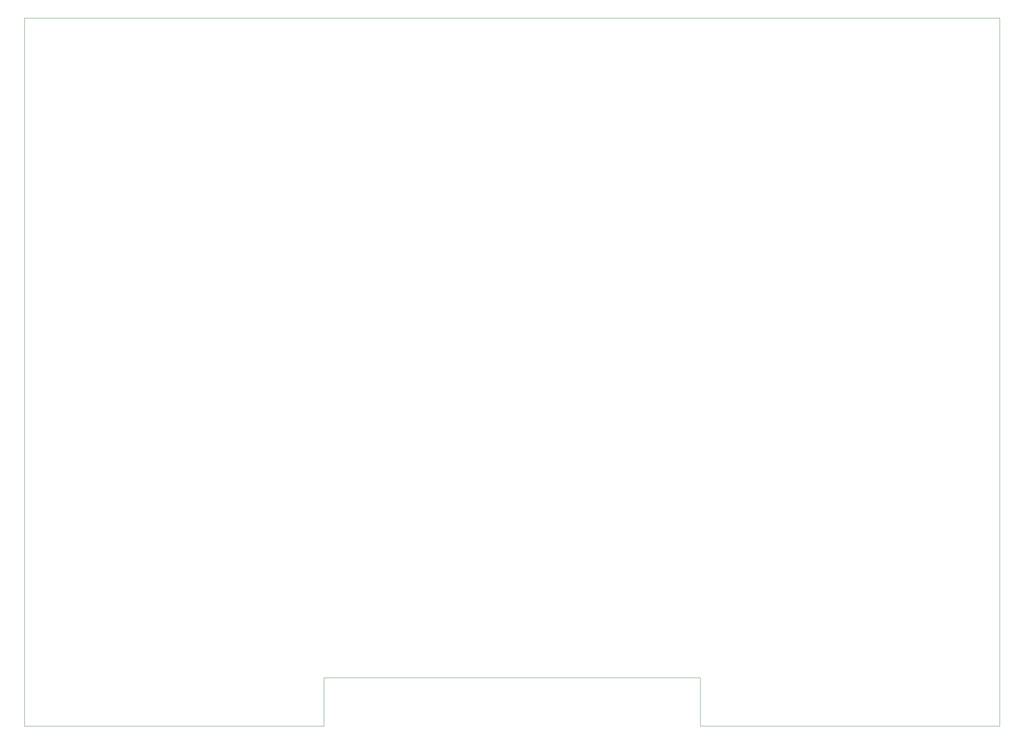
<source format=gbr>
%TF.GenerationSoftware,KiCad,Pcbnew,(5.1.10-1-10_14)*%
%TF.CreationDate,2022-01-24T12:26:02+11:00*%
%TF.ProjectId,Input:Output Interface,496e7075-743a-44f7-9574-70757420496e,rev?*%
%TF.SameCoordinates,Original*%
%TF.FileFunction,Profile,NP*%
%FSLAX46Y46*%
G04 Gerber Fmt 4.6, Leading zero omitted, Abs format (unit mm)*
G04 Created by KiCad (PCBNEW (5.1.10-1-10_14)) date 2022-01-24 12:26:02*
%MOMM*%
%LPD*%
G01*
G04 APERTURE LIST*
%TA.AperFunction,Profile*%
%ADD10C,0.050000*%
%TD*%
G04 APERTURE END LIST*
D10*
X222500000Y-209000000D02*
X222500000Y-220000000D01*
X137500000Y-209000000D02*
X222500000Y-209000000D01*
X137500000Y-220000000D02*
X137500000Y-209000000D01*
X70000000Y-220000000D02*
X137500000Y-220000000D01*
X290000000Y-220000000D02*
X222500000Y-220000000D01*
X290000000Y-60000000D02*
X290000000Y-220000000D01*
X70000000Y-60000000D02*
X290000000Y-60000000D01*
X70000000Y-220000000D02*
X70000000Y-60000000D01*
M02*

</source>
